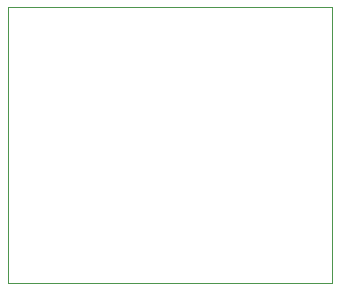
<source format=gbr>
%TF.GenerationSoftware,KiCad,Pcbnew,(5.1.6)-1*%
%TF.CreationDate,2020-09-06T17:04:42-07:00*%
%TF.ProjectId,frontendtest,66726f6e-7465-46e6-9474-6573742e6b69,rev?*%
%TF.SameCoordinates,Original*%
%TF.FileFunction,Profile,NP*%
%FSLAX46Y46*%
G04 Gerber Fmt 4.6, Leading zero omitted, Abs format (unit mm)*
G04 Created by KiCad (PCBNEW (5.1.6)-1) date 2020-09-06 17:04:42*
%MOMM*%
%LPD*%
G01*
G04 APERTURE LIST*
%TA.AperFunction,Profile*%
%ADD10C,0.050000*%
%TD*%
G04 APERTURE END LIST*
D10*
X99060000Y-132080000D02*
X71628000Y-132080000D01*
X99060000Y-108712000D02*
X99060000Y-132080000D01*
X71628000Y-108712000D02*
X99060000Y-108712000D01*
X71628000Y-132080000D02*
X71628000Y-108712000D01*
M02*

</source>
